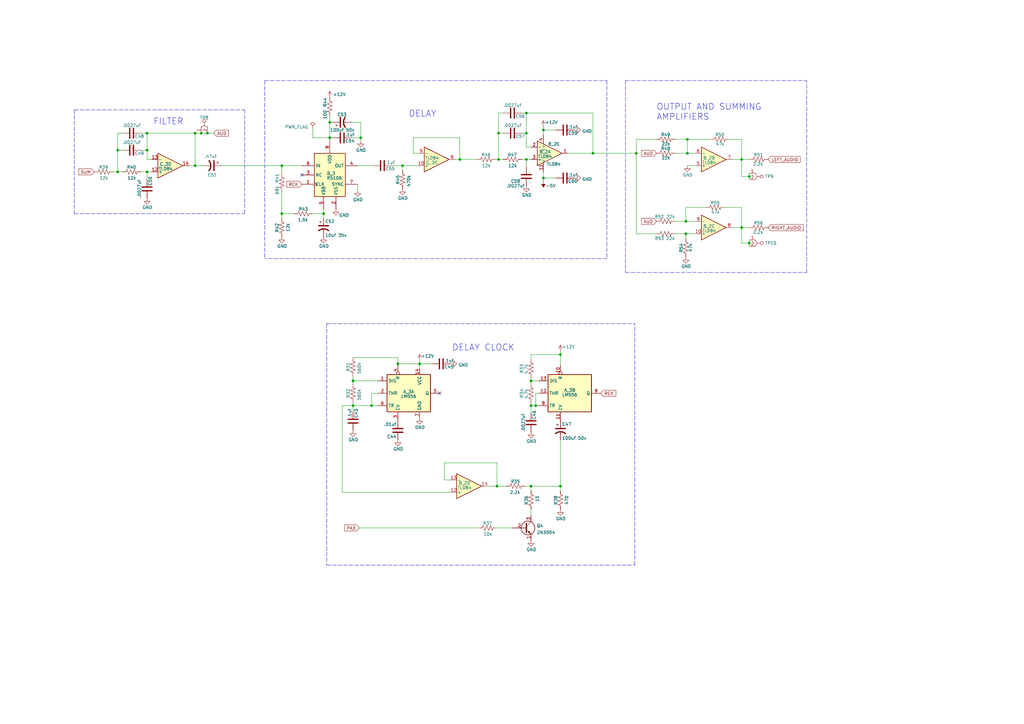
<source format=kicad_sch>
(kicad_sch (version 20211123) (generator eeschema)
  (paper "A3")
  (lib_symbols
    (symbol "Device:C" (pin_numbers hide) (pin_names (offset 0.254))
      (property "Reference" "C" (at 0.635 2.54 0))
      (property "Value" "C" (at 0.635 -2.54 0))
      (symbol "C_0_1"
        (polyline (pts (xy -2.032 -0.762) (xy 2.032 -0.762)) (stroke (width 0.508)))
        (polyline (pts (xy -2.032 0.762) (xy 2.032 0.762)) (stroke (width 0.508)))
      )
      (symbol "C_1_1"
        (pin passive line (at 0 3.81 270) (length 2.794) (name "~") (number "1"))
        (pin passive line (at 0 -3.81 90) (length 2.794) (name "~") (number "2"))
      )
    )
    (symbol "Device:C_Polarized_US" (pin_numbers hide) (pin_names (offset 0.254) hide)
      (property "Reference" "C" (at 0.635 2.54 0))
      (property "Value" "C_Polarized_US" (at 0.635 -2.54 0))
      (symbol "C_Polarized_US_0_1"
        (polyline (pts (xy -2.032 0.762) (xy 2.032 0.762)) (stroke (width 0.508)))
        (polyline (pts (xy -1.778 2.286) (xy -0.762 2.286)))
        (polyline (pts (xy -1.27 1.778) (xy -1.27 2.794)))
        (arc (start 2.032 -1.27) (mid 0 -0.5572) (end -2.032 -1.27) (stroke (width 0.508)))
      )
      (symbol "C_Polarized_US_1_1"
        (pin passive line (at 0 3.81 270) (length 2.794) (name "~") (number "1"))
        (pin passive line (at 0 -3.81 90) (length 3.302) (name "~") (number "2"))
      )
    )
    (symbol "Device:R_US" (pin_numbers hide) (pin_names (offset 0))
      (property "Reference" "R" (at 2.54 0 90))
      (property "Value" "R_US" (at -2.54 0 90))
      (symbol "R_US_0_1"
        (polyline (pts (xy 0 -2.286) (xy 0 -2.54)))
        (polyline (pts (xy 0 2.286) (xy 0 2.54)))
        (polyline (pts (xy 0 -0.762) (xy 1.016 -1.143) (xy 0 -1.524) (xy -1.016 -1.905) (xy 0 -2.286)))
        (polyline (pts (xy 0 0.762) (xy 1.016 0.381) (xy 0 0) (xy -1.016 -0.381) (xy 0 -0.762)))
        (polyline (pts (xy 0 2.286) (xy 1.016 1.905) (xy 0 1.524) (xy -1.016 1.143) (xy 0 0.762)))
      )
      (symbol "R_US_1_1"
        (pin passive line (at 0 3.81 270) (length 1.27) (name "~") (number "1"))
        (pin passive line (at 0 -3.81 90) (length 1.27) (name "~") (number "2"))
      )
    )
    (symbol "Transistor_BJT:2N3904" (pin_names (offset 0) hide)
      (property "Reference" "Q" (at 5.08 1.905 0))
      (property "Value" "2N3904" (at 5.08 0 0))
      (symbol "2N3904_0_1"
        (polyline (pts (xy 0.635 0.635) (xy 2.54 2.54)))
        (polyline (pts (xy 0.635 -0.635) (xy 2.54 -2.54) (xy 2.54 -2.54)))
        (polyline (pts (xy 0.635 1.905) (xy 0.635 -1.905) (xy 0.635 -1.905)) (stroke (width 0.508)))
        (polyline (pts (xy 1.27 -1.778) (xy 1.778 -1.27) (xy 2.286 -2.286) (xy 1.27 -1.778) (xy 1.27 -1.778)) (fill (type outline)))
        (circle (center 1.27 0) (radius 2.8194) (stroke (width 0.254)))
      )
      (symbol "2N3904_1_1"
        (pin passive line (at 2.54 -5.08 90) (length 2.54) (name "E") (number "1"))
        (pin passive line (at -5.08 0 0) (length 5.715) (name "B") (number "2"))
        (pin passive line (at 2.54 5.08 270) (length 2.54) (name "C") (number "3"))
      )
    )
    (symbol "atari:LM556"
      (property "Reference" "U" (at -0.635 2.54 0))
      (property "Value" "LM556" (at -3.175 0 0))
      (symbol "LM556_0_1"
        (rectangle (start -8.89 -7.62) (end 8.89 7.62) (stroke (width 0.254)) (fill (type background)))
        (rectangle (start -8.89 -7.62) (end 8.89 7.62) (stroke (width 0.254)) (fill (type background)))
      )
      (symbol "LM556_1_0"
        (pin power_in line (at 4.445 10.16 270) (length 2.54) (name "VCC") (number "14"))
        (pin power_in line (at 4.445 -10.16 90) (length 2.54) (name "GND") (number "7"))
      )
      (symbol "LM556_1_1"
        (pin input line (at -12.7 5.08 0) (length 3.81) (name "DIS") (number "1"))
        (pin input line (at -12.7 0 0) (length 3.81) (name "THR") (number "2"))
        (pin input line (at -4.445 -11.43 90) (length 3.81) (name "CV") (number "3"))
        (pin input inverted (at -4.445 11.43 270) (length 3.81) (name "R") (number "4"))
        (pin output line (at 12.7 0 180) (length 3.81) (name "Q") (number "5"))
        (pin input line (at -12.7 -5.08 0) (length 3.81) (name "TR") (number "6"))
      )
      (symbol "LM556_2_1"
        (pin input inverted (at -3.81 11.43 270) (length 3.81) (name "R") (number "10"))
        (pin input line (at -3.81 -11.43 90) (length 3.81) (name "CV") (number "11"))
        (pin input line (at -12.7 0 0) (length 3.81) (name "THR") (number "12"))
        (pin input line (at -12.7 5.08 0) (length 3.81) (name "DIS") (number "13"))
        (pin input line (at -12.7 -5.08 0) (length 3.81) (name "TR") (number "8"))
        (pin output line (at 12.7 0 180) (length 3.81) (name "Q") (number "9"))
      )
    )
    (symbol "atari:R5106"
      (property "Reference" "U" (at 0 0 0))
      (property "Value" "R5106" (at 0 1.905 0))
      (symbol "R5106_1_0"
        (pin input clock (at -11.43 -3.81 0) (length 5.08) (name "CLK") (number "1"))
        (pin power_in line (at 2.54 -13.97 90) (length 5.08) (name "VSS") (number "2"))
        (pin input line (at -11.43 0 0) (length 5.08) (name "NC") (number "3"))
        (pin output line (at 11.43 3.81 180) (length 5.08) (name "OUT") (number "4"))
        (pin input line (at -2.54 -13.97 90) (length 5.08) (name "VBB") (number "5"))
        (pin input line (at -11.43 3.81 0) (length 5.08) (name "IN") (number "6"))
        (pin input line (at 11.43 -3.81 180) (length 5.08) (name "SYNC") (number "7"))
        (pin power_in line (at 0 13.97 270) (length 5.08) (name "VDD") (number "8"))
      )
      (symbol "R5106_1_1"
        (rectangle (start -6.35 8.89) (end 6.35 -8.89) (stroke (width 0.254)) (fill (type background)))
      )
    )
    (symbol "atari:TL084" (pin_names (offset 0.127))
      (property "Reference" "U" (at 0 5.08 0))
      (property "Value" "TL084" (at 0 -5.08 0))
      (symbol "TL084_1_1"
        (polyline (pts (xy -5.08 5.08) (xy 5.08 0) (xy -5.08 -5.08) (xy -5.08 5.08)) (stroke (width 0.254)) (fill (type background)))
        (pin output line (at 7.62 0 180) (length 2.54) (name "~") (number "1"))
        (pin input line (at -7.62 -2.54 0) (length 2.54) (name "-") (number "2"))
        (pin input line (at -7.62 2.54 0) (length 2.54) (name "+") (number "3"))
      )
      (symbol "TL084_2_1"
        (polyline (pts (xy -5.08 5.08) (xy 5.08 0) (xy -5.08 -5.08) (xy -5.08 5.08)) (stroke (width 0.254)) (fill (type background)))
        (pin input line (at -7.62 2.54 0) (length 2.54) (name "+") (number "5"))
        (pin input line (at -7.62 -2.54 0) (length 2.54) (name "-") (number "6"))
        (pin output line (at 7.62 0 180) (length 2.54) (name "~") (number "7"))
      )
      (symbol "TL084_3_1"
        (polyline (pts (xy -5.08 5.08) (xy 5.08 0) (xy -5.08 -5.08) (xy -5.08 5.08)) (stroke (width 0.254)) (fill (type background)))
        (pin input line (at -7.62 2.54 0) (length 2.54) (name "+") (number "10"))
        (pin output line (at 7.62 0 180) (length 2.54) (name "~") (number "8"))
        (pin input line (at -7.62 -2.54 0) (length 2.54) (name "-") (number "9"))
      )
      (symbol "TL084_4_1"
        (polyline (pts (xy -5.08 5.08) (xy 5.08 0) (xy -5.08 -5.08) (xy -5.08 5.08)) (stroke (width 0.254)) (fill (type background)))
        (pin input line (at -7.62 2.54 0) (length 2.54) (name "+") (number "12"))
        (pin input line (at -7.62 -2.54 0) (length 2.54) (name "-") (number "13"))
        (pin output line (at 7.62 0 180) (length 2.54) (name "~") (number "14"))
      )
      (symbol "TL084_5_1"
        (pin power_in line (at -2.54 -7.62 90) (length 3.81) (name "V-") (number "11"))
        (pin power_in line (at -2.54 7.62 270) (length 3.81) (name "V+") (number "4"))
      )
    )
    (symbol "atari:tp_2_pin"
      (property "Reference" "TP" (at 0 7.62 0))
      (property "Value" "tp_2_pin" (at 0 5.715 0))
      (symbol "tp_2_pin_0_1"
        (polyline (pts (xy 0 1.905) (xy -1.27 1.27)) (stroke (width 0.1524)))
        (polyline (pts (xy 0 3.175) (xy 0 1.905) (xy 1.27 1.27)) (stroke (width 0.1524)))
        (circle (center 0 3.81) (radius 0.635))
      )
      (symbol "tp_2_pin_1_1"
        (pin passive line (at -1.27 -1.27 90) (length 2.54) (name "") (number "1"))
        (pin passive line (at 1.27 -1.27 90) (length 2.54) (name "") (number "2"))
      )
    )
    (symbol "power:+12V" (power) (pin_names (offset 0))
      (property "Value" "+12V" (at 0 3.556 0))
      (symbol "+12V_0_1"
        (polyline (pts (xy -0.762 1.27) (xy 0 2.54)))
        (polyline (pts (xy 0 0) (xy 0 2.54)))
        (polyline (pts (xy 0 2.54) (xy 0.762 1.27)))
      )
      (symbol "+12V_1_1"
        (pin power_in line (at 0 0 90) (length 0) hide (name "+12V") (number "1"))
      )
    )
    (symbol "power:-5V" (power) (pin_names (offset 0))
      (property "Value" "-5V" (at 0 3.81 0))
      (symbol "-5V_0_0"
        (pin power_in line (at 0 0 90) (length 0) hide (name "-5V") (number "1"))
      )
      (symbol "-5V_0_1"
        (polyline (pts (xy 0 0) (xy 0 1.27) (xy 0.762 1.27) (xy 0 2.54) (xy -0.762 1.27) (xy 0 1.27)) (fill (type outline)))
      )
    )
    (symbol "power:GND" (power) (pin_names (offset 0))
      (property "Value" "GND" (at 0 -3.81 0))
      (symbol "GND_0_1"
        (polyline (pts (xy 0 0) (xy 0 -1.27) (xy 1.27 -1.27) (xy 0 -2.54) (xy -1.27 -1.27) (xy 0 -1.27)))
      )
      (symbol "GND_1_1"
        (pin power_in line (at 0 0 270) (length 0) hide (name "GND") (number "1"))
      )
    )
    (symbol "power:PWR_FLAG" (power) (pin_numbers hide) (pin_names (offset 0) hide)
      (property "Value" "PWR_FLAG" (at 0 3.81 0))
      (symbol "PWR_FLAG_0_0"
        (pin power_out line (at 0 0 90) (length 0) (name "pwr") (number "1"))
      )
      (symbol "PWR_FLAG_0_1"
        (polyline (pts (xy 0 0) (xy 0 1.27) (xy -1.016 1.905) (xy 0 2.54) (xy 1.016 1.905) (xy 0 1.27)))
      )
    )
  )
  (junction (at 217.805 156.21))
  (junction (at 80.01 67.945))
  (junction (at 48.26 70.485))
  (junction (at 215.9 46.355))
  (junction (at 135.255 56.515))
  (junction (at 217.805 166.37))
  (junction (at 304.165 93.345))
  (junction (at 80.01 54.61))
  (junction (at 132.715 87.63))
  (junction (at 215.9 54.61))
  (junction (at 204.47 54.61))
  (junction (at 60.325 61.595))
  (junction (at 229.87 145.415))
  (junction (at 243.205 62.865))
  (junction (at 165.1 67.945))
  (junction (at 260.985 62.865))
  (junction (at 281.305 95.885))
  (junction (at 60.325 54.61))
  (junction (at 204.47 65.405))
  (junction (at 115.57 87.63))
  (junction (at 304.165 65.405))
  (junction (at 219.71 166.37))
  (junction (at 281.94 57.15))
  (junction (at 188.595 65.405))
  (junction (at 147.955 56.515))
  (junction (at 215.9 65.405))
  (junction (at 307.34 72.39))
  (junction (at 144.78 156.21))
  (junction (at 115.57 67.945))
  (junction (at 281.305 90.805))
  (junction (at 217.805 199.39))
  (junction (at 152.4 166.37))
  (junction (at 281.94 62.865))
  (junction (at 222.885 53.34))
  (junction (at 222.885 73.025))
  (junction (at 85.09 54.61))
  (junction (at 135.255 50.165))
  (junction (at 60.325 70.485))
  (junction (at 82.55 54.61))
  (junction (at 163.195 149.225))
  (junction (at 144.78 166.37))
  (junction (at 229.87 199.39))
  (junction (at 48.26 61.595))
  (junction (at 307.34 99.695))
  (junction (at 203.835 199.39))
  (junction (at 172.085 149.225))
  (no_connect (at 123.825 71.755))
  (no_connect (at 180.34 161.29))
  (wire (pts (xy 165.1 67.945) (xy 165.1 69.85)))
  (wire (pts (xy 144.78 166.37) (xy 144.78 165.1)))
  (wire (pts (xy 163.195 146.685) (xy 163.195 149.225)))
  (wire (pts (xy 229.87 144.145) (xy 229.87 145.415)))
  (wire (pts (xy 206.375 46.355) (xy 204.47 46.355)))
  (wire (pts (xy 146.685 67.945) (xy 153.035 67.945)))
  (wire (pts (xy 60.325 70.485) (xy 60.325 73.66)))
  (wire (pts (xy 115.57 67.945) (xy 115.57 71.12)))
  (wire (pts (xy 217.805 166.37) (xy 217.805 169.545)))
  (wire (pts (xy 80.01 67.945) (xy 77.47 67.945)))
  (wire (pts (xy 307.34 71.12) (xy 307.34 72.39)))
  (wire (pts (xy 215.9 65.405) (xy 215.9 68.58)))
  (wire (pts (xy 260.985 57.15) (xy 260.985 62.865)))
  (polyline (pts (xy 30.48 45.085) (xy 100.33 45.085)))
  (wire (pts (xy 82.55 54.61) (xy 85.09 54.61)))
  (wire (pts (xy 304.165 65.405) (xy 304.165 57.15)))
  (wire (pts (xy 203.835 216.535) (xy 210.185 216.535)))
  (polyline (pts (xy 330.835 111.76) (xy 330.835 33.02)))
  (wire (pts (xy 276.86 62.865) (xy 281.94 62.865)))
  (wire (pts (xy 307.34 99.695) (xy 304.165 99.695)))
  (wire (pts (xy 182.245 189.865) (xy 182.245 196.85)))
  (wire (pts (xy 50.165 61.595) (xy 48.26 61.595)))
  (wire (pts (xy 144.78 146.685) (xy 163.195 146.685)))
  (wire (pts (xy 260.985 62.865) (xy 260.985 95.885)))
  (polyline (pts (xy 256.54 33.02) (xy 256.54 111.76)))
  (wire (pts (xy 217.805 199.39) (xy 217.805 201.295)))
  (wire (pts (xy 304.165 93.345) (xy 307.34 93.345)))
  (wire (pts (xy 50.165 54.61) (xy 48.26 54.61)))
  (wire (pts (xy 152.4 161.29) (xy 152.4 166.37)))
  (wire (pts (xy 281.94 57.15) (xy 281.94 62.865)))
  (wire (pts (xy 269.24 57.15) (xy 260.985 57.15)))
  (wire (pts (xy 203.835 199.39) (xy 207.645 199.39)))
  (wire (pts (xy 217.805 165.1) (xy 217.805 166.37)))
  (wire (pts (xy 135.255 50.165) (xy 135.255 56.515)))
  (polyline (pts (xy 30.48 87.63) (xy 100.33 87.63)))
  (wire (pts (xy 60.325 54.61) (xy 57.785 54.61)))
  (wire (pts (xy 132.715 87.63) (xy 132.715 89.535)))
  (wire (pts (xy 62.23 65.405) (xy 60.325 65.405)))
  (polyline (pts (xy 133.985 132.715) (xy 260.35 132.715)))
  (wire (pts (xy 304.165 65.405) (xy 307.34 65.405)))
  (wire (pts (xy 222.885 73.025) (xy 222.885 70.485)))
  (wire (pts (xy 229.87 199.39) (xy 229.87 201.295)))
  (wire (pts (xy 144.145 50.165) (xy 147.955 50.165)))
  (wire (pts (xy 229.87 145.415) (xy 229.87 149.86)))
  (polyline (pts (xy 108.585 33.02) (xy 248.92 33.02)))
  (wire (pts (xy 233.045 62.865) (xy 243.205 62.865)))
  (polyline (pts (xy 100.33 87.63) (xy 100.33 45.085)))
  (wire (pts (xy 90.805 67.945) (xy 115.57 67.945)))
  (wire (pts (xy 203.2 65.405) (xy 204.47 65.405)))
  (wire (pts (xy 222.885 52.07) (xy 222.885 53.34)))
  (polyline (pts (xy 108.585 33.02) (xy 108.585 106.045)))
  (wire (pts (xy 60.325 65.405) (xy 60.325 61.595)))
  (wire (pts (xy 115.57 87.63) (xy 115.57 89.535)))
  (wire (pts (xy 220.98 166.37) (xy 219.71 166.37)))
  (wire (pts (xy 169.545 62.865) (xy 169.545 56.515)))
  (polyline (pts (xy 248.92 33.02) (xy 248.92 106.045)))
  (wire (pts (xy 169.545 56.515) (xy 188.595 56.515)))
  (wire (pts (xy 144.145 56.515) (xy 147.955 56.515)))
  (wire (pts (xy 172.085 149.225) (xy 172.085 151.13)))
  (wire (pts (xy 48.26 70.485) (xy 50.165 70.485)))
  (wire (pts (xy 204.47 46.355) (xy 204.47 54.61)))
  (wire (pts (xy 307.34 72.39) (xy 307.34 73.66)))
  (wire (pts (xy 80.01 54.61) (xy 82.55 54.61)))
  (wire (pts (xy 204.47 65.405) (xy 206.375 65.405)))
  (wire (pts (xy 217.805 154.94) (xy 217.805 156.21)))
  (wire (pts (xy 80.01 54.61) (xy 80.01 67.945)))
  (wire (pts (xy 163.195 149.225) (xy 163.195 149.86)))
  (wire (pts (xy 160.655 67.945) (xy 165.1 67.945)))
  (wire (pts (xy 147.955 56.515) (xy 147.955 57.785)))
  (wire (pts (xy 80.01 67.945) (xy 83.185 67.945)))
  (wire (pts (xy 144.78 166.37) (xy 144.78 168.91)))
  (wire (pts (xy 146.685 75.565) (xy 146.685 78.105)))
  (wire (pts (xy 227.965 73.025) (xy 222.885 73.025)))
  (wire (pts (xy 227.965 53.34) (xy 222.885 53.34)))
  (wire (pts (xy 213.995 65.405) (xy 215.9 65.405)))
  (wire (pts (xy 172.085 147.955) (xy 172.085 149.225)))
  (wire (pts (xy 182.245 196.85) (xy 184.785 196.85)))
  (wire (pts (xy 132.715 85.725) (xy 132.715 87.63)))
  (wire (pts (xy 304.165 57.15) (xy 299.085 57.15)))
  (wire (pts (xy 213.995 46.355) (xy 215.9 46.355)))
  (wire (pts (xy 204.47 54.61) (xy 204.47 65.405)))
  (wire (pts (xy 152.4 166.37) (xy 154.94 166.37)))
  (wire (pts (xy 220.98 161.29) (xy 219.71 161.29)))
  (wire (pts (xy 48.26 54.61) (xy 48.26 61.595)))
  (wire (pts (xy 206.375 54.61) (xy 204.47 54.61)))
  (wire (pts (xy 304.165 85.09) (xy 304.165 93.345)))
  (wire (pts (xy 219.71 161.29) (xy 219.71 166.37)))
  (wire (pts (xy 276.86 95.885) (xy 281.305 95.885)))
  (wire (pts (xy 215.265 199.39) (xy 217.805 199.39)))
  (wire (pts (xy 128.27 52.705) (xy 128.27 56.515)))
  (wire (pts (xy 188.595 65.405) (xy 195.58 65.405)))
  (wire (pts (xy 215.9 46.355) (xy 243.205 46.355)))
  (wire (pts (xy 243.205 46.355) (xy 243.205 62.865)))
  (wire (pts (xy 154.94 161.29) (xy 152.4 161.29)))
  (polyline (pts (xy 256.54 33.02) (xy 330.835 33.02)))
  (wire (pts (xy 165.1 67.945) (xy 171.45 67.945)))
  (wire (pts (xy 171.45 62.865) (xy 169.545 62.865)))
  (polyline (pts (xy 30.48 45.085) (xy 30.48 87.63)))
  (wire (pts (xy 276.86 90.805) (xy 281.305 90.805)))
  (wire (pts (xy 220.98 156.21) (xy 217.805 156.21)))
  (wire (pts (xy 154.94 156.21) (xy 144.78 156.21)))
  (polyline (pts (xy 133.985 132.715) (xy 133.985 231.775)))
  (wire (pts (xy 144.78 156.21) (xy 144.78 157.48)))
  (wire (pts (xy 177.165 149.225) (xy 172.085 149.225)))
  (wire (pts (xy 281.305 95.885) (xy 281.305 97.79)))
  (wire (pts (xy 215.9 65.405) (xy 217.805 65.405)))
  (wire (pts (xy 115.57 67.945) (xy 123.825 67.945)))
  (wire (pts (xy 200.025 199.39) (xy 203.835 199.39)))
  (wire (pts (xy 57.785 70.485) (xy 60.325 70.485)))
  (wire (pts (xy 229.87 145.415) (xy 217.805 145.415)))
  (wire (pts (xy 203.835 189.865) (xy 182.245 189.865)))
  (polyline (pts (xy 133.985 231.775) (xy 260.35 231.775)))
  (wire (pts (xy 281.94 67.945) (xy 285.115 67.945)))
  (wire (pts (xy 136.525 50.165) (xy 135.255 50.165)))
  (wire (pts (xy 120.65 87.63) (xy 115.57 87.63)))
  (polyline (pts (xy 256.54 111.76) (xy 330.835 111.76)))
  (wire (pts (xy 281.305 90.805) (xy 285.115 90.805)))
  (wire (pts (xy 222.885 53.34) (xy 222.885 55.245)))
  (wire (pts (xy 152.4 166.37) (xy 144.78 166.37)))
  (wire (pts (xy 217.805 145.415) (xy 217.805 147.32)))
  (wire (pts (xy 48.26 61.595) (xy 48.26 70.485)))
  (wire (pts (xy 289.56 85.09) (xy 281.305 85.09)))
  (wire (pts (xy 217.805 60.325) (xy 215.9 60.325)))
  (wire (pts (xy 147.955 50.165) (xy 147.955 56.515)))
  (wire (pts (xy 140.335 166.37) (xy 144.78 166.37)))
  (wire (pts (xy 60.325 61.595) (xy 60.325 54.61)))
  (wire (pts (xy 276.86 57.15) (xy 281.94 57.15)))
  (wire (pts (xy 219.71 166.37) (xy 217.805 166.37)))
  (wire (pts (xy 300.355 93.345) (xy 304.165 93.345)))
  (wire (pts (xy 60.325 54.61) (xy 80.01 54.61)))
  (wire (pts (xy 147.32 216.535) (xy 196.215 216.535)))
  (wire (pts (xy 85.09 54.61) (xy 87.63 54.61)))
  (wire (pts (xy 135.255 56.515) (xy 135.255 57.785)))
  (wire (pts (xy 229.87 180.34) (xy 229.87 199.39)))
  (wire (pts (xy 281.305 95.885) (xy 285.115 95.885)))
  (wire (pts (xy 215.9 54.61) (xy 213.995 54.61)))
  (wire (pts (xy 172.085 149.225) (xy 163.195 149.225)))
  (wire (pts (xy 269.24 95.885) (xy 260.985 95.885)))
  (wire (pts (xy 140.335 201.93) (xy 140.335 166.37)))
  (wire (pts (xy 281.94 57.15) (xy 291.465 57.15)))
  (wire (pts (xy 215.9 60.325) (xy 215.9 54.61)))
  (wire (pts (xy 217.805 208.915) (xy 217.805 211.455)))
  (wire (pts (xy 307.34 99.695) (xy 307.34 100.965)))
  (wire (pts (xy 215.9 46.355) (xy 215.9 54.61)))
  (wire (pts (xy 297.18 85.09) (xy 304.165 85.09)))
  (polyline (pts (xy 248.92 106.045) (xy 108.585 106.045)))
  (wire (pts (xy 188.595 65.405) (xy 186.69 65.405)))
  (wire (pts (xy 128.27 56.515) (xy 135.255 56.515)))
  (wire (pts (xy 46.355 70.485) (xy 48.26 70.485)))
  (wire (pts (xy 217.805 199.39) (xy 229.87 199.39)))
  (wire (pts (xy 135.255 56.515) (xy 136.525 56.515)))
  (wire (pts (xy 135.255 50.165) (xy 135.255 47.625)))
  (wire (pts (xy 281.305 85.09) (xy 281.305 90.805)))
  (wire (pts (xy 304.165 72.39) (xy 304.165 65.405)))
  (wire (pts (xy 188.595 56.515) (xy 188.595 65.405)))
  (wire (pts (xy 60.325 70.485) (xy 62.23 70.485)))
  (wire (pts (xy 222.885 73.025) (xy 222.885 74.295)))
  (wire (pts (xy 300.355 65.405) (xy 304.165 65.405)))
  (wire (pts (xy 217.805 156.21) (xy 217.805 157.48)))
  (polyline (pts (xy 260.35 231.775) (xy 260.35 132.715)))
  (wire (pts (xy 128.27 87.63) (xy 132.715 87.63)))
  (wire (pts (xy 304.165 99.695) (xy 304.165 93.345)))
  (wire (pts (xy 307.34 98.425) (xy 307.34 99.695)))
  (wire (pts (xy 115.57 78.74) (xy 115.57 87.63)))
  (wire (pts (xy 144.78 154.305) (xy 144.78 156.21)))
  (wire (pts (xy 184.785 201.93) (xy 140.335 201.93)))
  (wire (pts (xy 307.34 72.39) (xy 304.165 72.39)))
  (wire (pts (xy 281.94 62.865) (xy 285.115 62.865)))
  (wire (pts (xy 243.205 62.865) (xy 260.985 62.865)))
  (wire (pts (xy 57.785 61.595) (xy 60.325 61.595)))
  (wire (pts (xy 203.835 199.39) (xy 203.835 189.865)))
  (text "OUTPUT AND SUMMING\nAMPLIFIERS" (at 269.24 49.53 0) (effects (font (size 2.54 2.54)) (justify left bottom)))
  (text "DELAY CLOCK" (at 185.42 144.145 0) (effects (font (size 2.54 2.54)) (justify left bottom)))
  (text "FILTER" (at 62.865 51.435 0) (effects (font (size 2.54 2.54)) (justify left bottom)))
  (text "DELAY" (at 167.64 48.26 0) (effects (font (size 2.54 2.54)) (justify left bottom)))
  (global_label "RCK" (shape input) (at 123.825 75.565 180) (property "Intersheet References" "${INTERSHEET_REFS}" (effects hide)))
  (global_label "AUD" (shape input) (at 269.24 90.805 180) (property "Intersheet References" "${INTERSHEET_REFS}" (effects hide)))
  (global_label "AUD" (shape input) (at 87.63 54.61 0) (property "Intersheet References" "${INTERSHEET_REFS}" (effects hide)))
  (global_label "PA3" (shape input) (at 147.32 216.535 180) (property "Intersheet References" "${INTERSHEET_REFS}" (effects hide)))
  (global_label "RIGHT_AUDIO" (shape input) (at 314.96 93.345 0) (property "Intersheet References" "${INTERSHEET_REFS}" (effects hide)))
  (global_label "AUD" (shape input) (at 269.24 62.865 180) (property "Intersheet References" "${INTERSHEET_REFS}" (effects hide)))
  (global_label "LEFT_AUDIO" (shape input) (at 314.96 65.405 0) (property "Intersheet References" "${INTERSHEET_REFS}" (effects hide)))
  (global_label "SUM" (shape input) (at 38.735 70.485 180) (property "Intersheet References" "${INTERSHEET_REFS}" (effects hide)))
  (global_label "RCK" (shape input) (at 246.38 161.29 0) (property "Intersheet References" "${INTERSHEET_REFS}" (effects hide)))
  (symbol (lib_id "atari:TL084") (at 225.425 62.865 0) (unit 5)
    (property "Reference" "B_2" (at 224.79 59.055 0) (effects (justify left)))
    (property "Value" "TL084" (at 224.155 67.31 0) (effects (justify left)))
    (property "Footprint" "atari:DIP14" (effects hide))
  )
  (symbol (lib_id "Device:R_US") (at 273.05 57.15 90) (unit 1)
    (property "Reference" "R49" (at 274.955 55.245 90) (effects (justify left)))
    (property "Value" "22k" (at 274.955 59.055 90) (effects (justify left)))
    (property "Footprint" "atari:GenericComp" (effects hide))
  )
  (symbol (lib_id "power:+12V") (at 172.085 147.955 0) (unit 1)
    (property "Reference" "#PWR0241" (effects hide))
    (property "Value" "+12V" (at 172.72 146.05 0) (effects (justify left)))
  )
  (symbol (lib_id "Transistor_BJT:2N3904") (at 215.265 216.535 0) (unit 1)
    (property "Reference" "Q4" (at 220.1164 215.6265 0) (effects (justify left)))
    (property "Value" "2N3904" (at 220.1164 218.4016 0) (effects (justify left)))
    (property "Footprint" "atari:GenericTrans" (effects hide))
    (property "Datasheet" "https://www.onsemi.com/pub/Collateral/2N3903-D.PDF" (effects hide))
  )
  (symbol (lib_id "Device:R_US") (at 293.37 85.09 90) (unit 1)
    (property "Reference" "R55" (at 295.275 83.185 90) (effects (justify left)))
    (property "Value" "47k" (at 295.275 86.995 90) (effects (justify left)))
    (property "Footprint" "atari:GenericComp" (effects hide))
  )
  (symbol (lib_id "Device:R_US") (at 115.57 93.345 180) (unit 1)
    (property "Reference" "R42" (at 113.665 91.44 90) (effects (justify left)))
    (property "Value" "12k" (at 118.11 91.44 90) (effects (justify left)))
    (property "Footprint" "atari:GenericComp" (effects hide))
  )
  (symbol (lib_id "Device:C_Polarized_US") (at 132.715 93.345 0) (unit 1)
    (property "Reference" "C52" (at 133.35 90.805 0) (effects (justify left)))
    (property "Value" "10uf 35v" (at 133.35 96.52 0) (effects (justify left)))
    (property "Footprint" "atari:MedCap1" (effects hide))
  )
  (symbol (lib_id "Device:R_US") (at 144.78 161.29 180) (unit 1)
    (property "Reference" "R32" (at 142.875 159.385 90) (effects (justify left)))
    (property "Value" "560k" (at 147.32 159.385 90) (effects (justify left)))
    (property "Footprint" "atari:GenericComp" (effects hide))
  )
  (symbol (lib_id "Device:R_US") (at 273.05 95.885 90) (unit 1)
    (property "Reference" "R53" (at 272.415 97.79 90) (effects (justify left)))
    (property "Value" "22k" (at 276.86 97.79 90) (effects (justify left)))
    (property "Footprint" "atari:GenericComp" (effects hide))
  )
  (symbol (lib_id "Device:C") (at 60.325 77.47 180) (unit 1)
    (property "Reference" "C50" (at 61.595 74.295 90))
    (property "Value" ".0027uf" (at 57.15 77.47 90))
    (property "Footprint" "atari:GenericComp" (effects hide))
  )
  (symbol (lib_id "power:GND") (at 172.085 171.45 0) (unit 1)
    (property "Reference" "#PWR0237" (effects hide))
    (property "Value" "GND" (at 170.18 175.26 0) (effects (justify left)))
  )
  (symbol (lib_id "power:GND") (at 215.9 76.2 0) (unit 1)
    (property "Reference" "#PWR0242" (effects hide))
    (property "Value" "GND" (at 213.995 80.01 0) (effects (justify left)))
  )
  (symbol (lib_id "Device:R_US") (at 144.78 150.495 180) (unit 1)
    (property "Reference" "R31" (at 142.875 148.59 90) (effects (justify left)))
    (property "Value" "560k" (at 147.32 148.59 90) (effects (justify left)))
    (property "Footprint" "atari:GenericComp" (effects hide))
  )
  (symbol (lib_id "power:+12V") (at 222.885 52.07 0) (unit 1)
    (property "Reference" "#PWR0243" (effects hide))
    (property "Value" "+12V" (at 223.52 50.165 0) (effects (justify left)))
  )
  (symbol (lib_id "atari:tp_2_pin") (at 83.82 53.34 0) (unit 1)
    (property "Reference" "TP8" (at 81.915 48.26 0) (effects (justify left)))
    (property "Value" "tp_2_pin" (effects hide))
    (property "Footprint" "atari:TEST_POINT" (effects hide))
  )
  (symbol (lib_id "power:GND") (at 147.955 57.785 0) (unit 1)
    (property "Reference" "#PWR0226" (effects hide))
    (property "Value" "GND" (at 146.05 61.595 0) (effects (justify left)))
  )
  (symbol (lib_id "Device:R_US") (at 295.275 57.15 90) (unit 1)
    (property "Reference" "R50" (at 297.18 55.245 90) (effects (justify left)))
    (property "Value" "47k" (at 297.18 59.055 90) (effects (justify left)))
    (property "Footprint" "atari:GenericComp" (effects hide))
  )
  (symbol (lib_id "Device:R_US") (at 135.255 43.815 180) (unit 1)
    (property "Reference" "R44" (at 133.35 40.005 90) (effects (justify left)))
    (property "Value" "100" (at 133.35 45.085 90) (effects (justify left)))
    (property "Footprint" "atari:GenericComp" (effects hide))
  )
  (symbol (lib_id "Device:R_US") (at 273.05 62.865 90) (unit 1)
    (property "Reference" "R48" (at 274.955 60.96 90) (effects (justify left)))
    (property "Value" "22k" (at 274.955 64.77 90) (effects (justify left)))
    (property "Footprint" "atari:GenericComp" (effects hide))
  )
  (symbol (lib_id "power:GND") (at 235.585 73.025 90) (unit 1)
    (property "Reference" "#PWR0246" (effects hide))
    (property "Value" "GND" (at 238.76 73.504 90) (effects (justify right)))
  )
  (symbol (lib_id "power:GND") (at 60.325 81.28 0) (unit 1)
    (property "Reference" "#PWR0232" (effects hide))
    (property "Value" "GND" (at 58.42 85.09 0) (effects (justify left)))
  )
  (symbol (lib_id "Device:R_US") (at 210.185 65.405 90) (unit 1)
    (property "Reference" "R47" (at 212.09 63.5 90) (effects (justify left)))
    (property "Value" "12k" (at 212.09 67.945 90) (effects (justify left)))
    (property "Footprint" "atari:GenericComp" (effects hide))
  )
  (symbol (lib_id "Device:C") (at 53.975 61.595 90) (unit 1)
    (property "Reference" "C49" (at 57.15 62.865 90))
    (property "Value" ".0027uf" (at 53.975 58.42 90))
    (property "Footprint" "atari:GenericComp" (effects hide))
  )
  (symbol (lib_id "power:GND") (at 146.685 78.105 0) (unit 1)
    (property "Reference" "#PWR0227" (effects hide))
    (property "Value" "GND" (at 144.78 81.915 0) (effects (justify left)))
  )
  (symbol (lib_id "power:+12V") (at 135.255 40.005 0) (unit 1)
    (property "Reference" "#PWR0228" (effects hide))
    (property "Value" "+12V" (at 136.525 38.735 0) (effects (justify left)))
  )
  (symbol (lib_id "Device:C") (at 210.185 46.355 90) (unit 1)
    (property "Reference" "C56" (at 213.36 47.625 90))
    (property "Value" ".0027uf" (at 210.185 43.18 90))
    (property "Footprint" "atari:GenericComp" (effects hide))
  )
  (symbol (lib_id "atari:LM556") (at 167.64 161.29 0) (unit 1)
    (property "Reference" "A_3" (at 167.64 160.655 0))
    (property "Value" "LM556" (at 167.64 162.56 0))
    (property "Footprint" "atari:DIP14" (effects hide))
  )
  (symbol (lib_id "atari:TL084") (at 292.735 93.345 0) (mirror x) (unit 3)
    (property "Reference" "B_2" (at 290.83 92.71 0))
    (property "Value" "TL084" (at 290.83 94.615 0))
    (property "Footprint" "atari:DIP14" (effects hide))
  )
  (symbol (lib_id "Device:C") (at 140.335 56.515 90) (unit 1)
    (property "Reference" "C54" (at 143.51 57.785 90))
    (property "Value" ".1uf" (at 143.51 55.245 90))
    (property "Footprint" "atari:GenericComp" (effects hide))
  )
  (symbol (lib_id "Device:R_US") (at 217.805 151.13 180) (unit 1)
    (property "Reference" "R33" (at 213.995 149.225 90) (effects (justify left)))
    (property "Value" "4.7k" (at 215.9 149.225 90) (effects (justify left)))
    (property "Footprint" "atari:GenericComp" (effects hide))
  )
  (symbol (lib_id "Device:C") (at 156.845 67.945 90) (unit 1)
    (property "Reference" "C55" (at 160.02 69.215 90))
    (property "Value" ".1uf" (at 160.02 66.675 90))
    (property "Footprint" "atari:GenericComp" (effects hide))
  )
  (symbol (lib_id "atari:TL084") (at 292.735 65.405 0) (mirror x) (unit 2)
    (property "Reference" "B_2" (at 290.83 64.77 0))
    (property "Value" "TL084" (at 290.83 66.675 0))
    (property "Footprint" "atari:DIP14" (effects hide))
  )
  (symbol (lib_id "Device:R_US") (at 311.15 93.345 90) (unit 1)
    (property "Reference" "R56" (at 313.055 91.44 90) (effects (justify left)))
    (property "Value" "2.2k" (at 313.055 95.25 90) (effects (justify left)))
    (property "Footprint" "atari:GenericComp" (effects hide))
  )
  (symbol (lib_id "power:GND") (at 235.585 53.34 90) (unit 1)
    (property "Reference" "#PWR0244" (effects hide))
    (property "Value" "GND" (at 238.76 53.819 90) (effects (justify right)))
  )
  (symbol (lib_id "power:GND") (at 229.87 208.915 0) (unit 1)
    (property "Reference" "#PWR0235" (effects hide))
    (property "Value" "GND" (at 227.965 212.725 0) (effects (justify left)))
  )
  (symbol (lib_id "Device:R_US") (at 165.1 73.66 180) (unit 1)
    (property "Reference" "R45" (at 163.195 71.755 90) (effects (justify left)))
    (property "Value" "470k" (at 167.64 71.755 90) (effects (justify left)))
    (property "Footprint" "atari:GenericComp" (effects hide))
  )
  (symbol (lib_id "atari:LM556") (at 233.68 161.29 0) (unit 2)
    (property "Reference" "A_3" (at 233.68 160.02 0))
    (property "Value" "LM556" (at 233.68 161.925 0))
    (property "Footprint" "atari:DIP14" (effects hide))
  )
  (symbol (lib_id "power:GND") (at 132.715 97.155 0) (unit 1)
    (property "Reference" "#PWR0230" (effects hide))
    (property "Value" "GND" (at 130.81 100.965 0) (effects (justify left)))
  )
  (symbol (lib_id "power:GND") (at 217.805 221.615 0) (unit 1)
    (property "Reference" "#PWR0240" (effects hide))
    (property "Value" "GND" (at 215.9 225.425 0) (effects (justify left)))
  )
  (symbol (lib_id "power:GND") (at 217.805 177.165 0) (unit 1)
    (property "Reference" "#PWR0239" (effects hide))
    (property "Value" "GND" (at 215.9 180.975 0) (effects (justify left)))
  )
  (symbol (lib_id "power:GND") (at 281.94 67.945 0) (unit 1)
    (property "Reference" "#PWR0247" (effects hide))
    (property "Value" "GND" (at 280.035 71.755 0) (effects (justify left)))
  )
  (symbol (lib_id "Device:C") (at 163.195 176.53 180) (unit 1)
    (property "Reference" "C44" (at 160.655 179.07 0))
    (property "Value" ".01uf" (at 160.02 173.99 0))
    (property "Footprint" "atari:GenericComp" (effects hide))
  )
  (symbol (lib_id "power:PWR_FLAG") (at 128.27 52.705 0) (unit 1)
    (property "Reference" "#FLG0107" (effects hide))
    (property "Value" "PWR_FLAG" (at 116.84 52.07 0) (effects (justify left)))
  )
  (symbol (lib_id "Device:R_US") (at 217.805 205.105 180) (unit 1)
    (property "Reference" "R36" (at 215.9 203.2 90) (effects (justify left)))
    (property "Value" "15" (at 220.345 203.2 90) (effects (justify left)))
    (property "Footprint" "atari:GenericComp" (effects hide))
  )
  (symbol (lib_id "Device:C") (at 180.975 149.225 90) (unit 1)
    (property "Reference" "C45" (at 184.15 150.495 90))
    (property "Value" ".1uf" (at 184.15 147.955 90))
    (property "Footprint" "atari:GenericComp" (effects hide))
  )
  (symbol (lib_id "Device:C") (at 217.805 173.355 180) (unit 1)
    (property "Reference" "C46" (at 219.075 170.18 90))
    (property "Value" ".0027uf" (at 214.63 173.355 90))
    (property "Footprint" "atari:GenericComp" (effects hide))
  )
  (symbol (lib_id "power:GND") (at 115.57 97.155 0) (unit 1)
    (property "Reference" "#PWR0229" (effects hide))
    (property "Value" "GND" (at 113.665 100.965 0) (effects (justify left)))
  )
  (symbol (lib_id "Device:C") (at 53.975 54.61 90) (unit 1)
    (property "Reference" "C48" (at 57.15 55.88 90))
    (property "Value" ".0027uf" (at 53.975 51.435 90))
    (property "Footprint" "atari:GenericComp" (effects hide))
  )
  (symbol (lib_id "Device:C_Polarized_US") (at 140.335 50.165 90) (unit 1)
    (property "Reference" "C53" (at 142.24 46.99 90) (effects (justify left)))
    (property "Value" "100uf 50v" (at 145.415 53.34 90) (effects (justify left)))
    (property "Footprint" "atari:LargeCap1" (effects hide))
  )
  (symbol (lib_id "atari:R5106") (at 135.255 71.755 0) (unit 1)
    (property "Reference" "B_3" (at 133.985 71.12 0) (effects (justify left)))
    (property "Value" "R5106" (at 133.985 73.025 0) (effects (justify left)))
    (property "Footprint" "atari:DIP8" (effects hide))
  )
  (symbol (lib_id "Device:C_Polarized_US") (at 86.995 67.945 270) (unit 1)
    (property "Reference" "C51" (at 85.09 71.755 90) (effects (justify left)))
    (property "Value" ".47uf" (at 83.82 64.135 90) (effects (justify left)))
    (property "Footprint" "atari:MedCap1" (effects hide))
  )
  (symbol (lib_id "atari:TL084") (at 225.425 62.865 0) (mirror x) (unit 1)
    (property "Reference" "B_2" (at 223.52 62.23 0))
    (property "Value" "TL084" (at 223.52 64.135 0))
    (property "Footprint" "atari:DIP14" (effects hide))
  )
  (symbol (lib_id "power:+12V") (at 229.87 144.145 0) (unit 1)
    (property "Reference" "#PWR0234" (effects hide))
    (property "Value" "+12V" (at 230.505 142.24 0) (effects (justify left)))
  )
  (symbol (lib_id "atari:TL084") (at 69.85 67.945 0) (mirror x) (unit 4)
    (property "Reference" "C_3" (at 67.945 67.31 0))
    (property "Value" "TL084" (at 67.945 69.215 0))
    (property "Footprint" "atari:DIP14" (effects hide))
  )
  (symbol (lib_id "Device:R_US") (at 115.57 74.93 180) (unit 1)
    (property "Reference" "R41" (at 113.665 71.12 90) (effects (justify left)))
    (property "Value" "68k" (at 113.665 76.2 90) (effects (justify left)))
    (property "Footprint" "atari:GenericComp" (effects hide))
  )
  (symbol (lib_id "Device:R_US") (at 42.545 70.485 90) (unit 1)
    (property "Reference" "R39" (at 44.45 68.58 90) (effects (justify left)))
    (property "Value" "12k" (at 44.45 73.025 90) (effects (justify left)))
    (property "Footprint" "atari:GenericComp" (effects hide))
  )
  (symbol (lib_id "Device:R_US") (at 311.15 65.405 90) (unit 1)
    (property "Reference" "R51" (at 313.055 63.5 90) (effects (justify left)))
    (property "Value" "2.2k" (at 313.055 67.31 90) (effects (justify left)))
    (property "Footprint" "atari:GenericComp" (effects hide))
  )
  (symbol (lib_id "atari:TL084") (at 192.405 199.39 0) (mirror x) (unit 4)
    (property "Reference" "B_2" (at 190.5 198.12 0))
    (property "Value" "TL084" (at 190.5 200.025 0))
    (property "Footprint" "atari:DIP14" (effects hide))
  )
  (symbol (lib_id "Device:C_Polarized_US") (at 229.87 176.53 0) (unit 1)
    (property "Reference" "C47" (at 230.505 173.99 0) (effects (justify left)))
    (property "Value" "100uf 50v" (at 230.505 179.705 0) (effects (justify left)))
    (property "Footprint" "atari:LargeCap1" (effects hide))
  )
  (symbol (lib_id "power:GND") (at 163.195 180.34 0) (unit 1)
    (property "Reference" "#PWR0236" (effects hide))
    (property "Value" "GND" (at 161.29 184.15 0) (effects (justify left)))
  )
  (symbol (lib_id "Device:C") (at 210.185 54.61 90) (unit 1)
    (property "Reference" "C57" (at 213.36 55.88 90))
    (property "Value" ".0027uf" (at 210.185 51.435 90))
    (property "Footprint" "atari:GenericComp" (effects hide))
  )
  (symbol (lib_id "atari:tp_2_pin") (at 308.61 72.39 270) (unit 1)
    (property "Reference" "TP9" (at 313.69 72.39 90) (effects (justify left)))
    (property "Value" "tp_2_pin" (effects hide))
    (property "Footprint" "atari:TEST_POINT" (effects hide))
  )
  (symbol (lib_id "Device:C") (at 231.775 53.34 90) (unit 1)
    (property "Reference" "C59" (at 234.95 54.61 90))
    (property "Value" ".1uf" (at 234.95 52.07 90))
    (property "Footprint" "atari:GenericComp" (effects hide))
  )
  (symbol (lib_id "Device:R_US") (at 273.05 90.805 90) (unit 1)
    (property "Reference" "R52" (at 272.415 88.9 90) (effects (justify left)))
    (property "Value" "22k" (at 276.86 88.9 90) (effects (justify left)))
    (property "Footprint" "atari:GenericComp" (effects hide))
  )
  (symbol (lib_id "atari:tp_2_pin") (at 308.61 99.695 270) (unit 1)
    (property "Reference" "TP10" (at 313.69 99.695 90) (effects (justify left)))
    (property "Value" "tp_2_pin" (effects hide))
    (property "Footprint" "atari:TEST_POINT" (effects hide))
  )
  (symbol (lib_id "power:GND") (at 137.795 85.725 0) (unit 1)
    (property "Reference" "#PWR0231" (effects hide))
    (property "Value" "GND" (at 139.065 88.265 0) (effects (justify left)))
  )
  (symbol (lib_id "Device:R_US") (at 53.975 70.485 90) (unit 1)
    (property "Reference" "R40" (at 55.88 68.58 90) (effects (justify left)))
    (property "Value" "12k" (at 55.88 73.025 90) (effects (justify left)))
    (property "Footprint" "atari:GenericComp" (effects hide))
  )
  (symbol (lib_id "Device:C") (at 231.775 73.025 90) (unit 1)
    (property "Reference" "C60" (at 234.95 74.295 90))
    (property "Value" ".1uf" (at 234.95 71.755 90))
    (property "Footprint" "atari:GenericComp" (effects hide))
  )
  (symbol (lib_id "power:GND") (at 144.78 176.53 0) (unit 1)
    (property "Reference" "#PWR0238" (effects hide))
    (property "Value" "GND" (at 142.875 180.34 0) (effects (justify left)))
  )
  (symbol (lib_id "Device:R_US") (at 124.46 87.63 90) (unit 1)
    (property "Reference" "R43" (at 126.365 85.725 90) (effects (justify left)))
    (property "Value" "1.5k" (at 126.365 90.17 90) (effects (justify left)))
    (property "Footprint" "atari:GenericComp" (effects hide))
  )
  (symbol (lib_id "power:GND") (at 184.785 149.225 90) (unit 1)
    (property "Reference" "#PWR0233" (effects hide))
    (property "Value" "GND" (at 187.96 149.704 90) (effects (justify right)))
  )
  (symbol (lib_id "Device:C") (at 144.78 172.72 180) (unit 1)
    (property "Reference" "C43" (at 146.05 169.545 90))
    (property "Value" ".1uf" (at 143.51 169.545 90))
    (property "Footprint" "atari:GenericComp" (effects hide))
  )
  (symbol (lib_id "Device:R_US") (at 281.305 101.6 180) (unit 1)
    (property "Reference" "R54" (at 279.4 99.695 90) (effects (justify left)))
    (property "Value" "47k" (at 283.21 99.695 90) (effects (justify left)))
    (property "Footprint" "atari:GenericComp" (effects hide))
  )
  (symbol (lib_id "Device:R_US") (at 217.805 161.29 180) (unit 1)
    (property "Reference" "R34" (at 213.995 159.385 90) (effects (justify left)))
    (property "Value" "4.7k" (at 215.9 159.385 90) (effects (justify left)))
    (property "Footprint" "atari:GenericComp" (effects hide))
  )
  (symbol (lib_id "Device:R_US") (at 211.455 199.39 90) (unit 1)
    (property "Reference" "R35" (at 213.36 197.485 90) (effects (justify left)))
    (property "Value" "2.2k" (at 213.36 201.93 90) (effects (justify left)))
    (property "Footprint" "atari:GenericComp" (effects hide))
  )
  (symbol (lib_id "power:GND") (at 281.305 105.41 0) (unit 1)
    (property "Reference" "#PWR0248" (effects hide))
    (property "Value" "GND" (at 279.4 109.22 0) (effects (justify left)))
  )
  (symbol (lib_id "power:-5V") (at 222.885 74.295 180) (unit 1)
    (property "Reference" "#PWR0245" (effects hide))
    (property "Value" "-5V" (at 227.965 76.2 0) (effects (justify left)))
  )
  (symbol (lib_id "Device:R_US") (at 199.39 65.405 90) (unit 1)
    (property "Reference" "R46" (at 201.295 63.5 90) (effects (justify left)))
    (property "Value" "12k" (at 201.295 67.945 90) (effects (justify left)))
    (property "Footprint" "atari:GenericComp" (effects hide))
  )
  (symbol (lib_id "Device:R_US") (at 229.87 205.105 180) (unit 1)
    (property "Reference" "R38" (at 227.965 203.2 90) (effects (justify left)))
    (property "Value" "470" (at 232.41 203.2 90) (effects (justify left)))
    (property "Footprint" "atari:GenericComp" (effects hide))
  )
  (symbol (lib_id "power:GND") (at 165.1 77.47 0) (unit 1)
    (property "Reference" "#PWR0225" (effects hide))
    (property "Value" "GND" (at 163.195 81.28 0) (effects (justify left)))
  )
  (symbol (lib_id "Device:C") (at 215.9 72.39 180) (unit 1)
    (property "Reference" "C58" (at 211.455 74.295 0))
    (property "Value" ".0027uf" (at 211.455 76.2 0))
    (property "Footprint" "atari:GenericComp" (effects hide))
  )
  (symbol (lib_id "Device:R_US") (at 200.025 216.535 90) (unit 1)
    (property "Reference" "R37" (at 201.93 214.63 90) (effects (justify left)))
    (property "Value" "10k" (at 201.93 219.075 90) (effects (justify left)))
    (property "Footprint" "atari:GenericComp" (effects hide))
  )
  (symbol (lib_id "atari:TL084") (at 179.07 65.405 0) (mirror x) (unit 3)
    (property "Reference" "C_3" (at 177.165 66.675 0))
    (property "Value" "TL084" (at 177.165 64.77 0))
    (property "Footprint" "atari:DIP14" (effects hide))
  )
)
</source>
